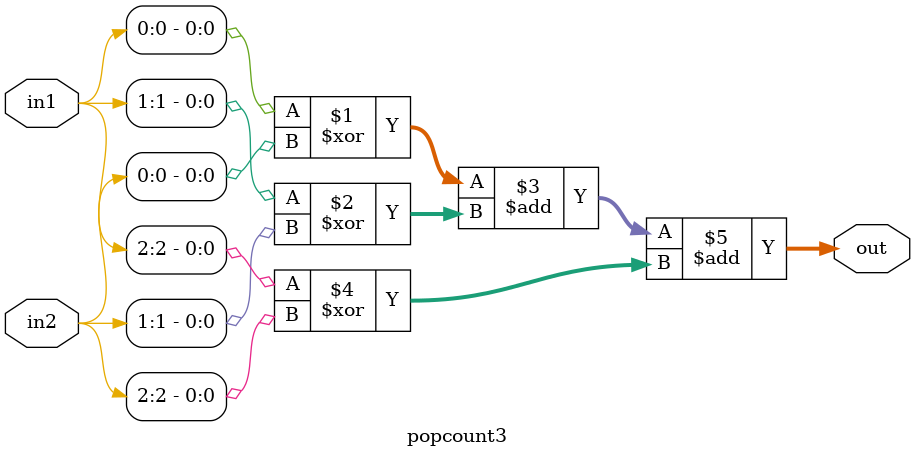
<source format=v>
module popcount3(in1,in2,out);
input [2:0]in1;
input [2:0]in2;
output [1:0]out;

assign out = (in1[0]^in2[0]) + (in1[1]^in2[1]) + (in1[2]^in2[2]);

endmodule

</source>
